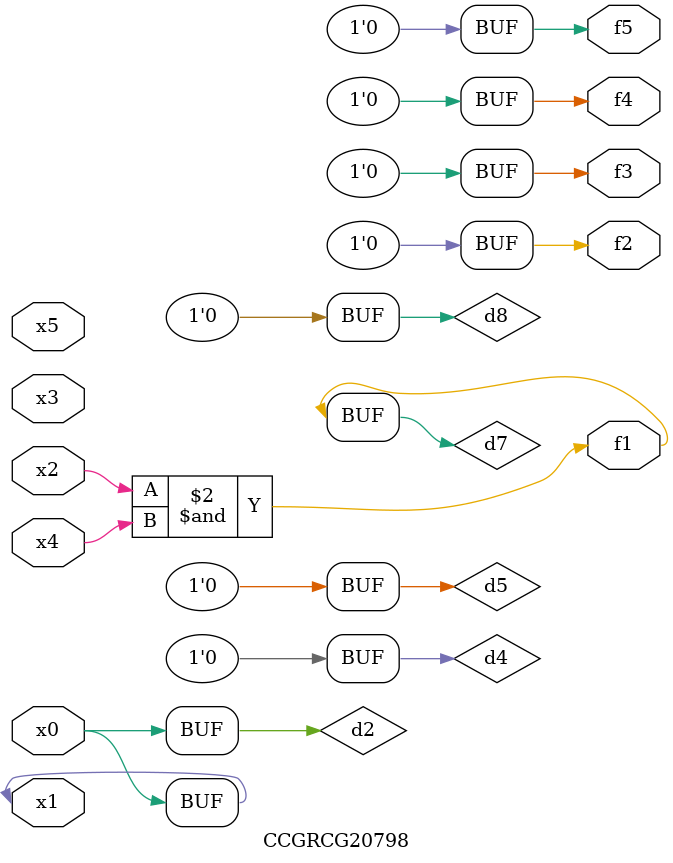
<source format=v>
module CCGRCG20798(
	input x0, x1, x2, x3, x4, x5,
	output f1, f2, f3, f4, f5
);

	wire d1, d2, d3, d4, d5, d6, d7, d8, d9;

	nand (d1, x1);
	buf (d2, x0, x1);
	nand (d3, x2, x4);
	and (d4, d1, d2);
	and (d5, d1, d2);
	nand (d6, d1, d3);
	not (d7, d3);
	xor (d8, d5);
	nor (d9, d5, d6);
	assign f1 = d7;
	assign f2 = d8;
	assign f3 = d8;
	assign f4 = d8;
	assign f5 = d8;
endmodule

</source>
